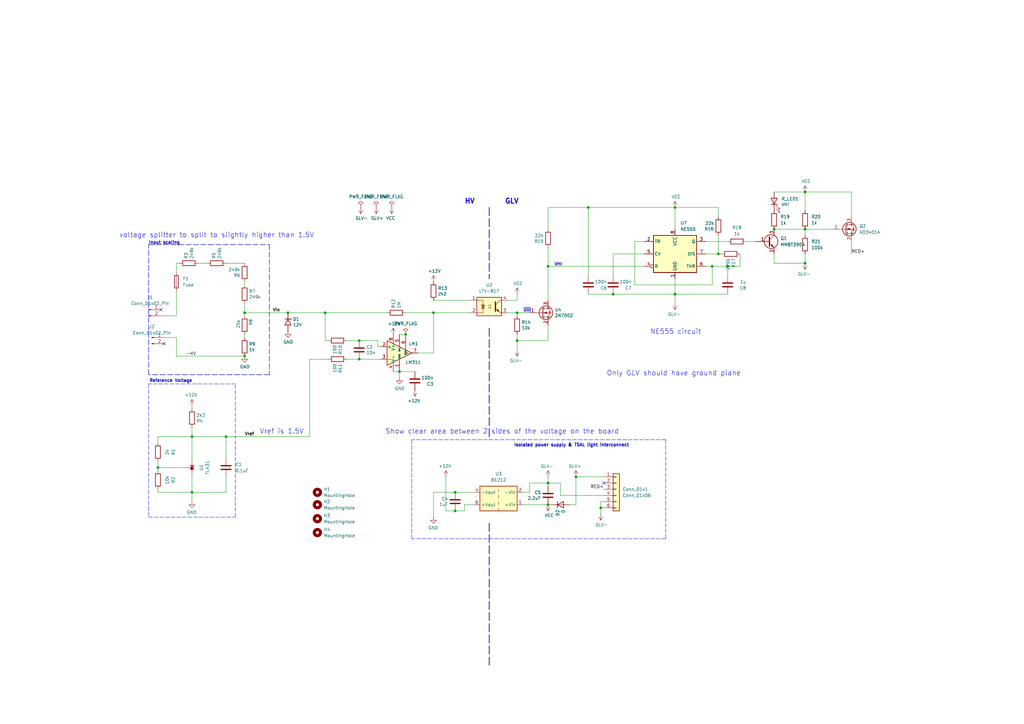
<source format=kicad_sch>
(kicad_sch (version 20231120) (generator "eeschema") (generator_version "8.0")
  (paper "A3")
  (title_block (title "TSAL") (date "2020-03-11") (rev "3.1") (company "NU Racing (UoN)") (comment 1 "Michael Ruppe") (comment 2 "github.com/michaelruppe/FSAE"))
  (lib_symbols
    (symbol "Comparator:LM311" (pin_names (offset 0.127))
      (property "Reference" "U" (at 3.81 6.35 0))
      (property "Value" "LM311" (at 3.81 3.81 0))
      (symbol "LM311_0_1"
        (polyline (pts (xy 5.08 0) (xy -5.08 5.08) (xy -5.08 -5.08) (xy 5.08 0)) (stroke (width 0.254)) (fill (type background)))
        (polyline (pts (xy 3.683 -0.381) (xy 3.302 -0.381) (xy 3.683 0) (xy 3.302 0.381) (xy 2.921 0) (xy 3.302 -0.381) (xy 2.921 -0.381)) (stroke (width 0.127)))
      )
      (symbol "LM311_1_1"
        (pin passive line (at 0 -7.62 90) (length 5.08) (name "GND") (number "1"))
        (pin input line (at -7.62 2.54 0) (length 2.54) (name "+") (number "2"))
        (pin input line (at -7.62 -2.54 0) (length 2.54) (name "-") (number "3"))
        (pin power_in line (at -2.54 -7.62 90) (length 3.81) (name "V-") (number "4"))
        (pin input line (at 0 7.62 270) (length 5.08) (name "BAL") (number "5"))
        (pin input line (at 2.54 7.62 270) (length 6.35) (name "STRB") (number "6"))
        (pin open_collector line (at 7.62 0 180) (length 2.54) (name "~") (number "7"))
        (pin power_in line (at -2.54 7.62 270) (length 3.81) (name "V+") (number "8"))
      )
    )
    (symbol "Connector:Conn_01x02_Pin" (pin_names (offset 1.016) hide)
      (property "Reference" "J" (at 0 2.54 0))
      (property "Value" "Conn_01x02_Pin" (at 0 -5.08 0))
      (symbol "Conn_01x02_Pin_1_1"
        (polyline (pts (xy 1.27 -2.54) (xy 0.8636 -2.54)) (stroke (width 0.1524)))
        (polyline (pts (xy 1.27 0) (xy 0.8636 0)) (stroke (width 0.1524)))
        (rectangle (start 0.8636 -2.413) (end 0 -2.667) (stroke (width 0.1524)) (fill (type outline)))
        (rectangle (start 0.8636 0.127) (end 0 -0.127) (stroke (width 0.1524)) (fill (type outline)))
        (pin passive line (at 5.08 0 180) (length 3.81) (name "Pin_1") (number "1"))
        (pin passive line (at 5.08 -2.54 180) (length 3.81) (name "Pin_2") (number "2"))
      )
    )
    (symbol "Connector_Generic:Conn_01x06" (pin_names (offset 1.016) hide)
      (property "Reference" "J" (at 0 7.62 0))
      (property "Value" "Conn_01x06" (at 0 -10.16 0))
      (symbol "Conn_01x06_1_1"
        (rectangle (start -1.27 -7.493) (end 0 -7.747) (stroke (width 0.1524)))
        (rectangle (start -1.27 -4.953) (end 0 -5.207) (stroke (width 0.1524)))
        (rectangle (start -1.27 -2.413) (end 0 -2.667) (stroke (width 0.1524)))
        (rectangle (start -1.27 0.127) (end 0 -0.127) (stroke (width 0.1524)))
        (rectangle (start -1.27 2.667) (end 0 2.413) (stroke (width 0.1524)))
        (rectangle (start -1.27 5.207) (end 0 4.953) (stroke (width 0.1524)))
        (rectangle (start -1.27 6.35) (end 1.27 -8.89) (stroke (width 0.254)) (fill (type background)))
        (pin passive line (at -5.08 5.08 0) (length 3.81) (name "Pin_1") (number "1"))
        (pin passive line (at -5.08 2.54 0) (length 3.81) (name "Pin_2") (number "2"))
        (pin passive line (at -5.08 0 0) (length 3.81) (name "Pin_3") (number "3"))
        (pin passive line (at -5.08 -2.54 0) (length 3.81) (name "Pin_4") (number "4"))
        (pin passive line (at -5.08 -5.08 0) (length 3.81) (name "Pin_5") (number "5"))
        (pin passive line (at -5.08 -7.62 0) (length 3.81) (name "Pin_6") (number "6"))
      )
    )
    (symbol "Converter_DCDC:TBA2-1212"
      (property "Reference" "U" (at -6.35 6.35 0))
      (property "Value" "TBA2-1212" (at 2.54 6.35 0))
      (symbol "TBA2-1212_0_1"
        (rectangle (start -7.62 5.08) (end 7.62 -5.08) (stroke (width 0.254)) (fill (type background)))
        (polyline (pts (xy 0 -2.54) (xy 0 -3.81)))
        (polyline (pts (xy 0 0) (xy 0 -1.27)))
        (polyline (pts (xy 0 2.54) (xy 0 1.27)))
        (polyline (pts (xy 0 5.08) (xy 0 3.81)))
      )
      (symbol "TBA2-1212_1_1"
        (pin power_in line (at -10.16 2.54 0) (length 2.54) (name "+Vin") (number "1"))
        (pin power_in line (at -10.16 -2.54 0) (length 2.54) (name "-Vin") (number "2"))
        (pin power_out line (at 10.16 -2.54 180) (length 2.54) (name "-Vout") (number "4"))
        (pin power_out line (at 10.16 2.54 180) (length 2.54) (name "+Vout") (number "6"))
      )
    )
    (symbol "Device:C" (pin_numbers hide) (pin_names (offset 0.254))
      (property "Reference" "C" (at 0.635 2.54 0))
      (property "Value" "C" (at 0.635 -2.54 0))
      (symbol "C_0_1"
        (polyline (pts (xy -2.032 -0.762) (xy 2.032 -0.762)) (stroke (width 0.508)))
        (polyline (pts (xy -2.032 0.762) (xy 2.032 0.762)) (stroke (width 0.508)))
      )
      (symbol "C_1_1"
        (pin passive line (at 0 3.81 270) (length 2.794) (name "~") (number "1"))
        (pin passive line (at 0 -3.81 90) (length 2.794) (name "~") (number "2"))
      )
    )
    (symbol "Device:D" (pin_numbers hide) (pin_names (offset 1.016) hide)
      (property "Reference" "D" (at 0 2.54 0))
      (property "Value" "D" (at 0 -2.54 0))
      (symbol "D_0_1"
        (polyline (pts (xy -1.27 1.27) (xy -1.27 -1.27)) (stroke (width 0.254)))
        (polyline (pts (xy 1.27 0) (xy -1.27 0)))
        (polyline (pts (xy 1.27 1.27) (xy 1.27 -1.27) (xy -1.27 0) (xy 1.27 1.27)) (stroke (width 0.254)))
      )
      (symbol "D_1_1"
        (pin passive line (at -3.81 0 0) (length 2.54) (name "K") (number "1"))
        (pin passive line (at 3.81 0 180) (length 2.54) (name "A") (number "2"))
      )
    )
    (symbol "Device:D_Zener" (pin_numbers hide) (pin_names (offset 1.016) hide)
      (property "Reference" "D" (at 0 2.54 0))
      (property "Value" "D_Zener" (at 0 -2.54 0))
      (symbol "D_Zener_0_1"
        (polyline (pts (xy 1.27 0) (xy -1.27 0)))
        (polyline (pts (xy -1.27 -1.27) (xy -1.27 1.27) (xy -0.762 1.27)) (stroke (width 0.254)))
        (polyline (pts (xy 1.27 -1.27) (xy 1.27 1.27) (xy -1.27 0) (xy 1.27 -1.27)) (stroke (width 0.254)))
      )
      (symbol "D_Zener_1_1"
        (pin passive line (at -3.81 0 0) (length 2.54) (name "K") (number "1"))
        (pin passive line (at 3.81 0 180) (length 2.54) (name "A") (number "2"))
      )
    )
    (symbol "Device:Fuse" (pin_numbers hide) (pin_names (offset 0))
      (property "Reference" "F" (at 2.032 0 90))
      (property "Value" "Fuse" (at -1.905 0 90))
      (symbol "Fuse_0_1"
        (rectangle (start -0.762 -2.54) (end 0.762 2.54) (stroke (width 0.254)))
        (polyline (pts (xy 0 2.54) (xy 0 -2.54)))
      )
      (symbol "Fuse_1_1"
        (pin passive line (at 0 3.81 270) (length 1.27) (name "~") (number "1"))
        (pin passive line (at 0 -3.81 90) (length 1.27) (name "~") (number "2"))
      )
    )
    (symbol "Device:LED" (pin_numbers hide) (pin_names (offset 1.016) hide)
      (property "Reference" "D" (at 0 2.54 0))
      (property "Value" "LED" (at 0 -2.54 0))
      (symbol "LED_0_1"
        (polyline (pts (xy -1.27 -1.27) (xy -1.27 1.27)) (stroke (width 0.254)))
        (polyline (pts (xy -1.27 0) (xy 1.27 0)))
        (polyline (pts (xy 1.27 -1.27) (xy 1.27 1.27) (xy -1.27 0) (xy 1.27 -1.27)) (stroke (width 0.254)))
        (polyline (pts (xy -3.048 -0.762) (xy -4.572 -2.286) (xy -3.81 -2.286) (xy -4.572 -2.286) (xy -4.572 -1.524)))
        (polyline (pts (xy -1.778 -0.762) (xy -3.302 -2.286) (xy -2.54 -2.286) (xy -3.302 -2.286) (xy -3.302 -1.524)))
      )
      (symbol "LED_1_1"
        (pin passive line (at -3.81 0 0) (length 2.54) (name "K") (number "1"))
        (pin passive line (at 3.81 0 180) (length 2.54) (name "A") (number "2"))
      )
    )
    (symbol "Device:R" (pin_numbers hide) (pin_names (offset 0))
      (property "Reference" "R" (at 2.032 0 90))
      (property "Value" "R" (at 0 0 90))
      (symbol "R_0_1"
        (rectangle (start -1.016 -2.54) (end 1.016 2.54) (stroke (width 0.254)))
      )
      (symbol "R_1_1"
        (pin passive line (at 0 3.81 270) (length 1.27) (name "~") (number "1"))
        (pin passive line (at 0 -3.81 90) (length 1.27) (name "~") (number "2"))
      )
    )
    (symbol "GLV-_1" (power) (pin_names (offset 0))
      (property "Value" "GLV-" (at 0.381 4.3942 0))
      (symbol "GLV-_1_0_1"
        (polyline (pts (xy -0.762 1.27) (xy 0 2.54)))
        (polyline (pts (xy 0 0) (xy 0 2.54)))
        (polyline (pts (xy 0 2.54) (xy 0.762 1.27)))
      )
      (symbol "GLV-_1_1_1"
        (pin power_in line (at 0 0 90) (length 0) hide (name "GLV-") (number "1"))
      )
    )
    (symbol "Isolator:LTV-817" (pin_names (offset 1.016))
      (property "Reference" "U" (at -5.08 5.08 0))
      (property "Value" "LTV-817" (at 0 5.08 0))
      (symbol "LTV-817_0_1"
        (rectangle (start -5.08 3.81) (end 5.08 -3.81) (stroke (width 0.254)) (fill (type background)))
        (polyline (pts (xy -3.175 -0.635) (xy -1.905 -0.635)) (stroke (width 0.254)))
        (polyline (pts (xy 2.54 0.635) (xy 4.445 2.54)))
        (polyline (pts (xy 4.445 -2.54) (xy 2.54 -0.635)) (fill (type outline)))
        (polyline (pts (xy 4.445 -2.54) (xy 5.08 -2.54)))
        (polyline (pts (xy 4.445 2.54) (xy 5.08 2.54)))
        (polyline (pts (xy -5.08 2.54) (xy -2.54 2.54) (xy -2.54 -0.762)))
        (polyline (pts (xy -2.54 -0.635) (xy -2.54 -2.54) (xy -5.08 -2.54)))
        (polyline (pts (xy 2.54 1.905) (xy 2.54 -1.905) (xy 2.54 -1.905)) (stroke (width 0.508)))
        (polyline (pts (xy -2.54 -0.635) (xy -3.175 0.635) (xy -1.905 0.635) (xy -2.54 -0.635)) (stroke (width 0.254)))
        (polyline (pts (xy -0.508 -0.508) (xy 0.762 -0.508) (xy 0.381 -0.635) (xy 0.381 -0.381) (xy 0.762 -0.508)))
        (polyline (pts (xy -0.508 0.508) (xy 0.762 0.508) (xy 0.381 0.381) (xy 0.381 0.635) (xy 0.762 0.508)))
        (polyline (pts (xy 3.048 -1.651) (xy 3.556 -1.143) (xy 4.064 -2.159) (xy 3.048 -1.651) (xy 3.048 -1.651)) (fill (type outline)))
      )
      (symbol "LTV-817_1_1"
        (pin passive line (at -7.62 2.54 0) (length 2.54) (name "~") (number "1"))
        (pin passive line (at -7.62 -2.54 0) (length 2.54) (name "~") (number "2"))
        (pin passive line (at 7.62 -2.54 180) (length 2.54) (name "~") (number "3"))
        (pin passive line (at 7.62 2.54 180) (length 2.54) (name "~") (number "4"))
      )
    )
    (symbol "Mechanical:MountingHole" (pin_names (offset 1.016)) (exclude_from_sim yes) (in_bom no)
      (property "Reference" "H" (at 0 5.08 0))
      (property "Value" "MountingHole" (at 0 3.175 0))
      (symbol "MountingHole_0_1"
        (circle (center 0 0) (radius 1.27) (stroke (width 1.27)))
      )
    )
    (symbol "Reference_Voltage:TL431LP" (pin_numbers hide) (pin_names hide)
      (property "Reference" "U" (at -2.54 2.54 0))
      (property "Value" "TL431LP" (at 0 -2.54 0))
      (symbol "TL431LP_0_1"
        (polyline (pts (xy -1.27 0) (xy 0 0) (xy 1.27 0)))
        (polyline (pts (xy -0.762 -0.762) (xy -0.762 0.762) (xy 0.762 0) (xy -0.762 -0.762)) (fill (type outline)))
        (polyline (pts (xy 0.254 -0.762) (xy 0.762 -0.762) (xy 0.762 0.762) (xy 0.762 0.762)) (stroke (width 0.254)))
      )
      (symbol "TL431LP_1_1"
        (pin passive line (at 0 2.54 270) (length 2.54) (name "REF") (number "1"))
        (pin passive line (at -2.54 0 0) (length 2.54) (name "A") (number "2"))
        (pin passive line (at 2.54 0 180) (length 2.54) (name "K") (number "3"))
      )
    )
    (symbol "Timer:NE555D"
      (property "Reference" "U" (at -10.16 8.89 0))
      (property "Value" "NE555D" (at 2.54 8.89 0))
      (symbol "NE555D_0_0"
        (pin power_in line (at 0 -10.16 90) (length 2.54) (name "GND") (number "1"))
        (pin power_in line (at 0 10.16 270) (length 2.54) (name "VCC") (number "8"))
      )
      (symbol "NE555D_0_1"
        (rectangle (start -8.89 -7.62) (end 8.89 7.62) (stroke (width 0.254)) (fill (type background)))
        (rectangle (start -8.89 -7.62) (end 8.89 7.62) (stroke (width 0.254)) (fill (type background)))
      )
      (symbol "NE555D_1_1"
        (pin input line (at -12.7 5.08 0) (length 3.81) (name "TR") (number "2"))
        (pin output line (at 12.7 5.08 180) (length 3.81) (name "Q") (number "3"))
        (pin input inverted (at -12.7 -5.08 0) (length 3.81) (name "R") (number "4"))
        (pin input line (at -12.7 0 0) (length 3.81) (name "CV") (number "5"))
        (pin input line (at 12.7 -5.08 180) (length 3.81) (name "THR") (number "6"))
        (pin input line (at 12.7 0 180) (length 3.81) (name "DIS") (number "7"))
      )
    )
    (symbol "Transistor_BJT:MMBT3904" (pin_names (offset 0) hide)
      (property "Reference" "Q" (at 5.08 1.905 0))
      (property "Value" "MMBT3904" (at 5.08 0 0))
      (symbol "MMBT3904_0_1"
        (polyline (pts (xy 0.635 0.635) (xy 2.54 2.54)))
        (polyline (pts (xy 0.635 -0.635) (xy 2.54 -2.54) (xy 2.54 -2.54)))
        (polyline (pts (xy 0.635 1.905) (xy 0.635 -1.905) (xy 0.635 -1.905)) (stroke (width 0.508)))
        (polyline (pts (xy 1.27 -1.778) (xy 1.778 -1.27) (xy 2.286 -2.286) (xy 1.27 -1.778) (xy 1.27 -1.778)) (fill (type outline)))
        (circle (center 1.27 0) (radius 2.8194) (stroke (width 0.254)))
      )
      (symbol "MMBT3904_1_1"
        (pin input line (at -5.08 0 0) (length 5.715) (name "B") (number "1"))
        (pin passive line (at 2.54 -5.08 90) (length 2.54) (name "E") (number "2"))
        (pin passive line (at 2.54 5.08 270) (length 2.54) (name "C") (number "3"))
      )
    )
    (symbol "Transistor_FET:2N7002" (pin_names hide)
      (property "Reference" "Q" (at 5.08 1.905 0))
      (property "Value" "2N7002" (at 5.08 0 0))
      (symbol "2N7002_0_1"
        (polyline (pts (xy 0.254 0) (xy -2.54 0)))
        (polyline (pts (xy 0.254 1.905) (xy 0.254 -1.905)) (stroke (width 0.254)))
        (polyline (pts (xy 0.762 -1.27) (xy 0.762 -2.286)) (stroke (width 0.254)))
        (polyline (pts (xy 0.762 0.508) (xy 0.762 -0.508)) (stroke (width 0.254)))
        (polyline (pts (xy 0.762 2.286) (xy 0.762 1.27)) (stroke (width 0.254)))
        (polyline (pts (xy 2.54 2.54) (xy 2.54 1.778)))
        (polyline (pts (xy 2.54 -2.54) (xy 2.54 0) (xy 0.762 0)))
        (polyline (pts (xy 0.762 -1.778) (xy 3.302 -1.778) (xy 3.302 1.778) (xy 0.762 1.778)))
        (polyline (pts (xy 1.016 0) (xy 2.032 0.381) (xy 2.032 -0.381) (xy 1.016 0)) (fill (type outline)))
        (polyline (pts (xy 2.794 0.508) (xy 2.921 0.381) (xy 3.683 0.381) (xy 3.81 0.254)))
        (polyline (pts (xy 3.302 0.381) (xy 2.921 -0.254) (xy 3.683 -0.254) (xy 3.302 0.381)))
        (circle (center 1.651 0) (radius 2.794) (stroke (width 0.254)))
        (circle (center 2.54 -1.778) (radius 0.254) (fill (type outline)))
        (circle (center 2.54 1.778) (radius 0.254) (fill (type outline)))
      )
      (symbol "2N7002_1_1"
        (pin input line (at -5.08 0 0) (length 2.54) (name "G") (number "1"))
        (pin passive line (at 2.54 -5.08 90) (length 2.54) (name "S") (number "2"))
        (pin passive line (at 2.54 5.08 270) (length 2.54) (name "D") (number "3"))
      )
    )
    (symbol "Transistor_FET:AO3401A" (pin_names hide)
      (property "Reference" "Q" (at 5.08 1.905 0))
      (property "Value" "AO3401A" (at 5.08 0 0))
      (symbol "AO3401A_0_1"
        (polyline (pts (xy 0.254 0) (xy -2.54 0)))
        (polyline (pts (xy 0.254 1.905) (xy 0.254 -1.905)) (stroke (width 0.254)))
        (polyline (pts (xy 0.762 -1.27) (xy 0.762 -2.286)) (stroke (width 0.254)))
        (polyline (pts (xy 0.762 0.508) (xy 0.762 -0.508)) (stroke (width 0.254)))
        (polyline (pts (xy 0.762 2.286) (xy 0.762 1.27)) (stroke (width 0.254)))
        (polyline (pts (xy 2.54 2.54) (xy 2.54 1.778)))
        (polyline (pts (xy 2.54 -2.54) (xy 2.54 0) (xy 0.762 0)))
        (polyline (pts (xy 0.762 1.778) (xy 3.302 1.778) (xy 3.302 -1.778) (xy 0.762 -1.778)))
        (polyline (pts (xy 2.286 0) (xy 1.27 0.381) (xy 1.27 -0.381) (xy 2.286 0)) (fill (type outline)))
        (polyline (pts (xy 2.794 -0.508) (xy 2.921 -0.381) (xy 3.683 -0.381) (xy 3.81 -0.254)))
        (polyline (pts (xy 3.302 -0.381) (xy 2.921 0.254) (xy 3.683 0.254) (xy 3.302 -0.381)))
        (circle (center 1.651 0) (radius 2.794) (stroke (width 0.254)))
        (circle (center 2.54 -1.778) (radius 0.254) (fill (type outline)))
        (circle (center 2.54 1.778) (radius 0.254) (fill (type outline)))
      )
      (symbol "AO3401A_1_1"
        (pin input line (at -5.08 0 0) (length 2.54) (name "G") (number "1"))
        (pin passive line (at 2.54 -5.08 90) (length 2.54) (name "S") (number "2"))
        (pin passive line (at 2.54 5.08 270) (length 2.54) (name "D") (number "3"))
      )
    )
    (symbol "power-symbol-library:GLV+" (power) (pin_names (offset 0))
      (property "Value" "GLV+" (at 0 3.81 0))
      (symbol "GLV+_0_1"
        (polyline (pts (xy -0.762 1.27) (xy 0 2.54)))
        (polyline (pts (xy 0 0) (xy 0 2.54)))
        (polyline (pts (xy 0 2.54) (xy 0.762 1.27)))
      )
      (symbol "GLV+_1_1"
        (pin power_in line (at 0 0 90) (length 0) hide (name "GLV+") (number "1"))
      )
    )
    (symbol "power-symbol-library:GLV-" (power) (pin_names (offset 0))
      (property "Value" "GLV-" (at 0 3.81 0))
      (symbol "GLV-_0_1"
        (polyline (pts (xy -0.762 1.27) (xy 0 2.54)))
        (polyline (pts (xy 0 0) (xy 0 2.54)))
        (polyline (pts (xy 0 2.54) (xy 0.762 1.27)))
      )
      (symbol "GLV-_1_1"
        (pin power_in line (at 0 0 90) (length 0) hide (name "GLV-") (number "1"))
      )
    )
    (symbol "power:+12V" (power) (pin_numbers hide) (pin_names (offset 0) hide)
      (property "Value" "+12V" (at 0 3.556 0))
      (symbol "+12V_0_1"
        (polyline (pts (xy -0.762 1.27) (xy 0 2.54)))
        (polyline (pts (xy 0 0) (xy 0 2.54)))
        (polyline (pts (xy 0 2.54) (xy 0.762 1.27)))
      )
      (symbol "+12V_1_1"
        (pin power_in line (at 0 0 90) (length 0) (name "~") (number "1"))
      )
    )
    (symbol "power:GND" (power) (pin_numbers hide) (pin_names (offset 0) hide)
      (property "Value" "GND" (at 0 -3.81 0))
      (symbol "GND_0_1"
        (polyline (pts (xy 0 0) (xy 0 -1.27) (xy 1.27 -1.27) (xy 0 -2.54) (xy -1.27 -1.27) (xy 0 -1.27)))
      )
      (symbol "GND_1_1"
        (pin power_in line (at 0 0 270) (length 0) (name "~") (number "1"))
      )
    )
    (symbol "power:PWR_FLAG" (power) (pin_numbers hide) (pin_names (offset 0) hide)
      (property "Value" "PWR_FLAG" (at 0 3.81 0))
      (symbol "PWR_FLAG_0_0"
        (pin power_out line (at 0 0 90) (length 0) (name "~") (number "1"))
      )
      (symbol "PWR_FLAG_0_1"
        (polyline (pts (xy 0 0) (xy 0 1.27) (xy -1.016 1.905) (xy 0 2.54) (xy 1.016 1.905) (xy 0 1.27)))
      )
    )
    (symbol "power:VCC" (power) (pin_numbers hide) (pin_names (offset 0) hide)
      (property "Value" "VCC" (at 0 3.556 0))
      (symbol "VCC_0_1"
        (polyline (pts (xy -0.762 1.27) (xy 0 2.54)))
        (polyline (pts (xy 0 0) (xy 0 2.54)))
        (polyline (pts (xy 0 2.54) (xy 0.762 1.27)))
      )
      (symbol "VCC_1_1"
        (pin power_in line (at 0 0 90) (length 0) (name "~") (number "1"))
      )
    )
  )
  (junction (at 163.83 152.4))
  (junction (at 92.71 179.07))
  (junction (at 224.79 207.01))
  (junction (at 241.3 85.09))
  (junction (at 317.5 93.98))
  (junction (at 147.32 147.32))
  (junction (at 100.33 128.27))
  (junction (at 212.09 128.27))
  (junction (at 186.69 201.93))
  (junction (at 177.8 128.27))
  (junction (at 78.74 179.07))
  (junction (at 212.09 139.7))
  (junction (at 133.35 128.27))
  (junction (at 330.2 78.74))
  (junction (at 100.33 146.05))
  (junction (at 64.77 191.77))
  (junction (at 186.69 209.55))
  (junction (at 118.11 128.27))
  (junction (at 276.86 120.65))
  (junction (at 294.64 104.14))
  (junction (at 166.37 137.16))
  (junction (at 330.2 107.95))
  (junction (at 224.79 198.12))
  (junction (at 330.2 93.98))
  (junction (at 147.32 139.7))
  (junction (at 236.22 195.58))
  (junction (at 224.79 109.22))
  (junction (at 276.86 85.09))
  (junction (at 298.45 109.22))
  (junction (at 292.1 109.22))
  (junction (at 246.38 208.28))
  (junction (at 78.74 201.93))
  (junction (at 251.46 120.65))
  (no_connect (at 247.65 198.12))
  (no_connect (at 66.04 127))
  (no_connect (at 67.31 140.97))
  (wire (pts (xy 92.71 201.93) (xy 78.74 201.93)))
  (polyline (pts (xy 110.49 153.67) (xy 60.96 153.67)) (stroke (width 0.2032) (type dash)))
  (polyline (pts (xy 273.05 220.98) (xy 168.91 220.98)) (stroke (width 0) (type dash)))
  (wire (pts (xy 212.09 139.7) (xy 212.09 137.16)))
  (wire (pts (xy 260.35 116.84) (xy 292.1 116.84)))
  (wire (pts (xy 294.64 104.14) (xy 295.91 104.14)))
  (wire (pts (xy 190.5 207.01) (xy 194.31 207.01)))
  (wire (pts (xy 156.21 142.24) (xy 154.94 142.24)))
  (wire (pts (xy 134.62 147.32) (xy 127 147.32)))
  (polyline (pts (xy 96.52 157.48) (xy 60.96 157.48)) (stroke (width 0) (type dash)))
  (wire (pts (xy 224.79 109.22) (xy 264.16 109.22)))
  (wire (pts (xy 100.33 129.54) (xy 100.33 128.27)))
  (wire (pts (xy 317.5 104.14) (xy 317.5 107.95)))
  (wire (pts (xy 276.86 85.09) (xy 276.86 93.98)))
  (wire (pts (xy 64.77 191.77) (xy 64.77 193.04)))
  (wire (pts (xy 72.39 111.76) (xy 72.39 107.95)))
  (wire (pts (xy 177.8 212.09) (xy 177.8 201.93)))
  (wire (pts (xy 92.71 107.95) (xy 100.33 107.95)))
  (wire (pts (xy 349.25 78.74) (xy 349.25 88.9)))
  (polyline (pts (xy 200.66 85.09) (xy 200.66 114.3)) (stroke (width 0.3048) (type dash)))
  (wire (pts (xy 341.63 93.98) (xy 330.2 93.98)))
  (polyline (pts (xy 110.49 100.33) (xy 110.49 153.67)) (stroke (width 0.2032) (type dash)))
  (wire (pts (xy 212.09 123.19) (xy 212.09 120.65)))
  (wire (pts (xy 224.79 85.09) (xy 241.3 85.09)))
  (polyline (pts (xy 60.96 100.33) (xy 110.49 100.33)) (stroke (width 0.2032) (type dash)))
  (wire (pts (xy 64.77 201.93) (xy 64.77 200.66)))
  (wire (pts (xy 100.33 137.16) (xy 100.33 138.43)))
  (wire (pts (xy 78.74 201.93) (xy 78.74 205.74)))
  (wire (pts (xy 64.77 189.23) (xy 64.77 191.77)))
  (polyline (pts (xy 60.96 153.67) (xy 60.96 100.33)) (stroke (width 0.2032) (type dash)))
  (wire (pts (xy 177.8 144.78) (xy 177.8 128.27)))
  (wire (pts (xy 349.25 104.14) (xy 349.25 99.06)))
  (wire (pts (xy 212.09 128.27) (xy 212.09 129.54)))
  (wire (pts (xy 241.3 85.09) (xy 276.86 85.09)))
  (wire (pts (xy 72.39 107.95) (xy 73.66 107.95)))
  (wire (pts (xy 224.79 109.22) (xy 224.79 101.6)))
  (wire (pts (xy 236.22 195.58) (xy 247.65 195.58)))
  (wire (pts (xy 92.71 179.07) (xy 127 179.07)))
  (polyline (pts (xy 200.66 134.62) (xy 200.66 180.34)) (stroke (width 0.3048) (type dash)))
  (wire (pts (xy 264.16 99.06) (xy 260.35 99.06)))
  (wire (pts (xy 247.65 203.2) (xy 229.87 203.2)))
  (polyline (pts (xy 168.91 220.98) (xy 168.91 180.34)) (stroke (width 0) (type dash)))
  (polyline (pts (xy 273.05 180.34) (xy 168.91 180.34)) (stroke (width 0) (type dash)))
  (wire (pts (xy 289.56 104.14) (xy 294.64 104.14)))
  (wire (pts (xy 100.33 124.46) (xy 100.33 128.27)))
  (wire (pts (xy 78.74 167.64) (xy 78.74 166.37)))
  (polyline (pts (xy 60.96 212.09) (xy 96.52 212.09)) (stroke (width 0) (type dash)))
  (wire (pts (xy 224.79 93.98) (xy 224.79 85.09)))
  (wire (pts (xy 306.07 99.06) (xy 309.88 99.06)))
  (wire (pts (xy 177.8 144.78) (xy 171.45 144.78)))
  (wire (pts (xy 317.5 78.74) (xy 330.2 78.74)))
  (wire (pts (xy 81.28 107.95) (xy 85.09 107.95)))
  (wire (pts (xy 241.3 113.03) (xy 241.3 85.09)))
  (wire (pts (xy 330.2 104.14) (xy 330.2 107.95)))
  (wire (pts (xy 78.74 194.31) (xy 78.74 201.93)))
  (wire (pts (xy 212.09 143.51) (xy 212.09 139.7)))
  (wire (pts (xy 147.32 139.7) (xy 142.24 139.7)))
  (wire (pts (xy 177.8 201.93) (xy 186.69 201.93)))
  (wire (pts (xy 224.79 195.58) (xy 224.79 198.12)))
  (wire (pts (xy 251.46 104.14) (xy 251.46 113.03)))
  (wire (pts (xy 190.5 209.55) (xy 186.69 209.55)))
  (wire (pts (xy 214.63 207.01) (xy 224.79 207.01)))
  (polyline (pts (xy 200.66 214.63) (xy 200.66 273.05)) (stroke (width 0.3048) (type dash)))
  (wire (pts (xy 133.35 128.27) (xy 158.75 128.27)))
  (wire (pts (xy 236.22 195.58) (xy 236.22 207.01)))
  (wire (pts (xy 303.53 104.14) (xy 303.53 109.22)))
  (wire (pts (xy 78.74 175.26) (xy 78.74 179.07)))
  (wire (pts (xy 133.35 128.27) (xy 133.35 139.7)))
  (wire (pts (xy 276.86 85.09) (xy 294.64 85.09)))
  (wire (pts (xy 208.28 123.19) (xy 212.09 123.19)))
  (wire (pts (xy 224.79 198.12) (xy 217.17 198.12)))
  (wire (pts (xy 186.69 209.55) (xy 182.88 209.55)))
  (wire (pts (xy 264.16 104.14) (xy 251.46 104.14)))
  (wire (pts (xy 298.45 109.22) (xy 292.1 109.22)))
  (wire (pts (xy 224.79 198.12) (xy 224.79 199.39)))
  (wire (pts (xy 127 147.32) (xy 127 179.07)))
  (wire (pts (xy 251.46 120.65) (xy 276.86 120.65)))
  (wire (pts (xy 154.94 139.7) (xy 147.32 139.7)))
  (wire (pts (xy 92.71 195.58) (xy 92.71 201.93)))
  (wire (pts (xy 142.24 147.32) (xy 147.32 147.32)))
  (wire (pts (xy 163.83 137.16) (xy 166.37 137.16)))
  (wire (pts (xy 177.8 123.19) (xy 193.04 123.19)))
  (wire (pts (xy 292.1 116.84) (xy 292.1 109.22)))
  (wire (pts (xy 72.39 138.43) (xy 72.39 146.05)))
  (wire (pts (xy 64.77 191.77) (xy 76.2 191.77)))
  (wire (pts (xy 100.33 128.27) (xy 118.11 128.27)))
  (wire (pts (xy 229.87 203.2) (xy 229.87 198.12)))
  (wire (pts (xy 163.83 152.4) (xy 163.83 154.94)))
  (wire (pts (xy 241.3 120.65) (xy 251.46 120.65)))
  (wire (pts (xy 133.35 139.7) (xy 134.62 139.7)))
  (wire (pts (xy 67.31 138.43) (xy 72.39 138.43)))
  (wire (pts (xy 330.2 78.74) (xy 349.25 78.74)))
  (wire (pts (xy 78.74 179.07) (xy 92.71 179.07)))
  (wire (pts (xy 163.83 152.4) (xy 170.18 152.4)))
  (polyline (pts (xy 273.05 180.34) (xy 273.05 220.98)) (stroke (width 0) (type dash)))
  (wire (pts (xy 161.29 152.4) (xy 163.83 152.4)))
  (wire (pts (xy 72.39 146.05) (xy 100.33 146.05)))
  (wire (pts (xy 298.45 120.65) (xy 276.86 120.65)))
  (wire (pts (xy 212.09 128.27) (xy 217.17 128.27)))
  (wire (pts (xy 64.77 201.93) (xy 78.74 201.93)))
  (wire (pts (xy 236.22 207.01) (xy 233.68 207.01)))
  (wire (pts (xy 78.74 179.07) (xy 78.74 189.23)))
  (wire (pts (xy 64.77 179.07) (xy 64.77 181.61)))
  (wire (pts (xy 276.86 120.65) (xy 276.86 124.46)))
  (wire (pts (xy 100.33 115.57) (xy 100.33 116.84)))
  (wire (pts (xy 247.65 208.28) (xy 246.38 208.28)))
  (wire (pts (xy 226.06 207.01) (xy 224.79 207.01)))
  (wire (pts (xy 229.87 198.12) (xy 224.79 198.12)))
  (wire (pts (xy 64.77 179.07) (xy 78.74 179.07)))
  (wire (pts (xy 224.79 139.7) (xy 212.09 139.7)))
  (wire (pts (xy 182.88 195.58) (xy 182.88 209.55)))
  (wire (pts (xy 247.65 205.74) (xy 246.38 205.74)))
  (wire (pts (xy 330.2 78.74) (xy 330.2 86.36)))
  (wire (pts (xy 317.5 107.95) (xy 330.2 107.95)))
  (wire (pts (xy 217.17 201.93) (xy 214.63 201.93)))
  (wire (pts (xy 154.94 142.24) (xy 154.94 139.7)))
  (wire (pts (xy 186.69 201.93) (xy 194.31 201.93)))
  (polyline (pts (xy 60.96 157.48) (xy 60.96 212.09)) (stroke (width 0) (type dash)))
  (wire (pts (xy 303.53 109.22) (xy 298.45 109.22)))
  (wire (pts (xy 224.79 133.35) (xy 224.79 139.7)))
  (polyline (pts (xy 96.52 212.09) (xy 96.52 157.48)) (stroke (width 0) (type dash)))
  (wire (pts (xy 294.64 85.09) (xy 294.64 88.9)))
  (wire (pts (xy 190.5 209.55) (xy 190.5 207.01)))
  (wire (pts (xy 72.39 119.38) (xy 72.39 129.54)))
  (wire (pts (xy 260.35 99.06) (xy 260.35 116.84)))
  (wire (pts (xy 92.71 179.07) (xy 92.71 187.96)))
  (wire (pts (xy 317.5 93.98) (xy 330.2 93.98)))
  (wire (pts (xy 298.45 113.03) (xy 298.45 109.22)))
  (wire (pts (xy 289.56 99.06) (xy 298.45 99.06)))
  (wire (pts (xy 118.11 128.27) (xy 133.35 128.27)))
  (wire (pts (xy 292.1 109.22) (xy 289.56 109.22)))
  (wire (pts (xy 66.04 129.54) (xy 72.39 129.54)))
  (wire (pts (xy 246.38 205.74) (xy 246.38 208.28)))
  (wire (pts (xy 276.86 120.65) (xy 276.86 114.3)))
  (wire (pts (xy 166.37 128.27) (xy 177.8 128.27)))
  (wire (pts (xy 224.79 109.22) (xy 224.79 123.19)))
  (wire (pts (xy 330.2 93.98) (xy 330.2 96.52)))
  (wire (pts (xy 147.32 147.32) (xy 156.21 147.32)))
  (wire (pts (xy 246.38 208.28) (xy 246.38 210.82)))
  (wire (pts (xy 294.64 96.52) (xy 294.64 104.14)))
  (wire (pts (xy 212.09 128.27) (xy 208.28 128.27)))
  (wire (pts (xy 177.8 128.27) (xy 193.04 128.27)))
  (wire (pts (xy 217.17 198.12) (xy 217.17 201.93)))
  (text "voltage splitter to split to slightly higher than 1.5V" (at 88.9 96.52 0) (effects (font (size 2.0066 2.0066))))
  (text "Show clear area between 2 sides of the voltage on the board" (at 205.994 177.038 0) (effects (font (size 2.0066 2.0066))))
  (text "Isolated power supply & TSAL light interconnect" (at 258.064 183.388 0) (effects (font (size 1.27 1.27) (thickness 0.254) (bold yes)) (justify right bottom)))
  (text "Reference Voltage" (at 61.214 156.972 0) (effects (font (size 1.27 1.27) (thickness 0.254) (bold yes)) (justify left bottom)))
  (text "~{VHI}" (at 214.63 128.27 0) (effects (font (size 1.27 1.27) (thickness 0.254) (bold yes)) (justify left bottom)))
  (text "Input scaling" (at 60.96 100.33 0) (effects (font (size 1.27 1.27) (thickness 0.254) (bold yes)) (justify left bottom)))
  (text "Only GLV should have ground plane" (at 276.352 153.162 0) (effects (font (size 2.0066 2.0066))))
  (text "GLV" (at 207.01 83.82 0) (effects (font (size 2.0066 2.0066) (thickness 0.4013) (bold yes)) (justify left bottom)))
  (text "VHI" (at 227.33 109.22 0) (effects (font (size 1.27 1.27) (thickness 0.254) (bold yes)) (justify left bottom)))
  (text "Vref is 1.5V\n" (at 115.57 177.038 0) (effects (font (size 2.0066 2.0066))))
  (text "NE555 circuit" (at 277.114 136.144 0) (effects (font (size 2.0066 2.0066))))
  (text "HV" (at 190.5 83.82 0) (effects (font (size 2.0066 2.0066) (thickness 0.4013) (bold yes)) (justify left bottom)))
  (label "-HV" (at 76.2 146.05 0))
  (label "RED+" (at 247.65 200.66 180))
  (label "RED+" (at 349.25 104.14 0))
  (label "Vin" (at 111.76 128.27 0) (effects (font (thickness 0.254) (bold yes))))
  (label "Vref" (at 100.33 179.07 0) (effects (font (thickness 0.254) (bold yes))))
  (symbol (lib_id "Device:R") (at 100.33 120.65 0) (unit 1)
    (property "Reference" "R7" (at 102.108 119.4816 0) (effects (justify left)))
    (property "Value" "249k" (at 102.108 121.793 0) (effects (justify left)))
    (property "Footprint" "Resistor_SMD:R_0805_2012Metric" (effects (hide yes)))
  )
  (symbol (lib_id "Device:R") (at 100.33 133.35 180) (unit 1)
    (property "Reference" "R8" (at 102.87 130.81 90) (effects (justify left)))
    (property "Value" "25k" (at 97.79 131.0386 90) (effects (justify left)))
    (property "Footprint" "Resistor_SMD:R_0805_2012Metric" (effects (hide yes)))
  )
  (symbol (lib_id "Device:C") (at 224.79 203.2 0) (mirror y) (unit 1)
    (property "Reference" "C5" (at 221.869 202.0316 0) (effects (justify left)))
    (property "Value" "2.2uF" (at 221.869 204.343 0) (effects (justify left)))
    (property "Footprint" "Capacitor_SMD:C_0805_2012Metric" (effects (hide yes)))
  )
  (symbol (lib_id "power:+12V") (at 182.88 195.58 0) (mirror y) (unit 1)
    (property "Reference" "#PWR010" (effects (hide yes)))
    (property "Value" "+12V" (at 182.499 191.1858 0))
  )
  (symbol (lib_id "power:GND") (at 177.8 212.09 0) (mirror y) (unit 1)
    (property "Reference" "#PWR09" (effects (hide yes)))
    (property "Value" "GND" (at 177.673 216.4842 0))
  )
  (symbol (lib_id "Device:R") (at 138.43 147.32 270) (unit 1)
    (property "Reference" "R11" (at 139.5984 149.098 0) (effects (justify left)))
    (property "Value" "100" (at 137.287 149.098 0) (effects (justify left)))
    (property "Footprint" "Resistor_SMD:R_0805_2012Metric" (effects (hide yes)))
  )
  (symbol (lib_id "Device:C") (at 147.32 143.51 0) (unit 1)
    (property "Reference" "C2" (at 150.241 142.3416 0) (effects (justify left)))
    (property "Value" "10n" (at 150.241 144.653 0) (effects (justify left)))
    (property "Footprint" "Capacitor_SMD:C_0805_2012Metric" (effects (hide yes)))
  )
  (symbol (lib_id "Device:R") (at 138.43 139.7 270) (unit 1)
    (property "Reference" "R10" (at 139.5984 141.478 0) (effects (justify left)))
    (property "Value" "100" (at 137.287 141.478 0) (effects (justify left)))
    (property "Footprint" "Resistor_SMD:R_0805_2012Metric" (effects (hide yes)))
  )
  (symbol (lib_id "Device:D_Zener") (at 118.11 132.08 270) (unit 1)
    (property "Reference" "D1" (at 120.1166 130.9116 90) (effects (justify left)))
    (property "Value" "12V" (at 120.1166 133.223 90) (effects (justify left)))
    (property "Footprint" "Diode_THT:D_DO-35_SOD27_P7.62mm_Horizontal" (effects (hide yes)))
  )
  (symbol (lib_id "power:GND") (at 118.11 135.89 0) (unit 1)
    (property "Reference" "#PWR04" (effects (hide yes)))
    (property "Value" "GND" (at 118.237 140.2842 0))
  )
  (symbol (lib_id "Device:R") (at 100.33 142.24 0) (unit 1)
    (property "Reference" "R9" (at 102.108 141.0716 0) (effects (justify left)))
    (property "Value" "1k" (at 102.108 143.383 0) (effects (justify left)))
    (property "Footprint" "Resistor_SMD:R_0805_2012Metric" (effects (hide yes)))
  )
  (symbol (lib_id "power:GND") (at 100.33 146.05 0) (unit 1)
    (property "Reference" "#PWR03" (effects (hide yes)))
    (property "Value" "GND" (at 100.457 150.4442 0))
  )
  (symbol (lib_id "Device:R") (at 100.33 111.76 180) (unit 1)
    (property "Reference" "R6" (at 98.552 112.9284 0) (effects (justify left)))
    (property "Value" "249k" (at 98.552 110.617 0) (effects (justify left)))
    (property "Footprint" "Resistor_SMD:R_0805_2012Metric" (effects (hide yes)))
  )
  (symbol (lib_id "Device:R") (at 162.56 128.27 90) (unit 1)
    (property "Reference" "R12" (at 161.3916 126.492 0) (effects (justify left)))
    (property "Value" "1M" (at 163.703 126.492 0) (effects (justify left)))
    (property "Footprint" "Resistor_SMD:R_0805_2012Metric" (effects (hide yes)))
    (property "Description" "optional" (effects (hide yes)))
  )
  (symbol (lib_id "Device:C") (at 170.18 156.21 180) (unit 1)
    (property "Reference" "C3" (at 177.8 157.48 0) (effects (justify left)))
    (property "Value" "100n" (at 177.8 154.94 0) (effects (justify left)))
    (property "Footprint" "Capacitor_SMD:C_0805_2012Metric" (effects (hide yes)))
  )
  (symbol (lib_id "power:+12V") (at 170.18 160.02 180) (unit 1)
    (property "Reference" "#PWR07" (effects (hide yes)))
    (property "Value" "+12V" (at 169.799 164.4142 0))
  )
  (symbol (lib_id "Comparator:LM311") (at 163.83 144.78 0) (unit 1)
    (property "Reference" "LM1" (at 167.64 140.97 0) (effects (justify left)))
    (property "Value" "LM311" (at 166.37 148.59 0) (effects (justify left)))
    (property "Footprint" "Package_DIP:DIP-8_W10.16mm" (effects (hide yes)))
    (property "Datasheet" "http://www.ti.com/lit/ds/symlink/lm311.pdf" (effects (hide yes)))
  )
  (symbol (lib_id "power:GND") (at 163.83 154.94 0) (unit 1)
    (property "Reference" "#PWR06" (effects (hide yes)))
    (property "Value" "GND" (at 163.957 159.3342 0))
  )
  (symbol (lib_id "power:+12V") (at 161.29 137.16 0) (unit 1)
    (property "Reference" "#PWR05" (effects (hide yes)))
    (property "Value" "+12V" (at 161.671 132.7658 0))
  )
  (symbol (lib_id "Device:D") (at 229.87 207.01 0) (mirror x) (unit 1)
    (property "Reference" "D2" (at 228.7016 209.0166 90) (effects (justify left)))
    (property "Value" "D" (at 231.013 209.0166 90) (effects (justify left)))
    (property "Footprint" "Diode_SMD:D_SMA" (effects (hide yes)))
  )
  (symbol (lib_id "power:+12V") (at 177.8 115.57 0) (unit 1)
    (property "Reference" "#PWR08" (effects (hide yes)))
    (property "Value" "+12V" (at 178.181 111.1758 0))
  )
  (symbol (lib_id "Device:R") (at 177.8 119.38 0) (unit 1)
    (property "Reference" "R13" (at 179.578 118.2116 0) (effects (justify left)))
    (property "Value" "2k2" (at 179.578 120.523 0) (effects (justify left)))
    (property "Footprint" "Resistor_SMD:R_0805_2012Metric" (effects (hide yes)))
  )
  (symbol (lib_id "power-symbol-library:GLV-") (at 212.09 143.51 180) (unit 1)
    (property "Reference" "#PWR012" (effects (hide yes)))
    (property "Value" "GLV-" (at 211.709 147.9042 0))
  )
  (symbol (lib_id "Device:R") (at 212.09 133.35 0) (unit 1)
    (property "Reference" "R14" (at 213.868 132.1816 0) (effects (justify left)))
    (property "Value" "10k" (at 213.868 134.493 0) (effects (justify left)))
    (property "Footprint" "Resistor_SMD:R_0805_2012Metric" (effects (hide yes)))
  )
  (symbol (lib_id "Device:C") (at 251.46 116.84 180) (unit 1)
    (property "Reference" "C7" (at 259.08 118.11 0) (effects (justify left)))
    (property "Value" "100n" (at 259.08 115.57 0) (effects (justify left)))
    (property "Footprint" "Capacitor_SMD:C_0805_2012Metric" (effects (hide yes)))
  )
  (symbol (lib_id "Device:R") (at 299.72 104.14 270) (unit 1)
    (property "Reference" "R17" (at 300.8884 105.918 0) (effects (justify left)))
    (property "Value" "220k" (at 298.577 105.918 0) (effects (justify left)))
    (property "Footprint" "Resistor_SMD:R_0805_2012Metric" (effects (hide yes)))
  )
  (symbol (lib_id "Device:C") (at 241.3 116.84 180) (unit 1)
    (property "Reference" "C6" (at 248.92 118.11 0) (effects (justify left)))
    (property "Value" "100n" (at 248.92 115.57 0) (effects (justify left)))
    (property "Footprint" "Capacitor_SMD:C_0805_2012Metric" (effects (hide yes)))
  )
  (symbol (lib_id "Device:C") (at 298.45 116.84 180) (unit 1)
    (property "Reference" "C8" (at 306.07 118.11 0) (effects (justify left)))
    (property "Value" "1u" (at 306.07 115.57 0) (effects (justify left)))
    (property "Footprint" "Capacitor_SMD:C_0805_2012Metric" (effects (hide yes)))
  )
  (symbol (lib_id "Device:R") (at 294.64 92.71 180) (unit 1)
    (property "Reference" "R16" (at 292.862 93.8784 0) (effects (justify left)))
    (property "Value" "22k" (at 292.862 91.567 0) (effects (justify left)))
    (property "Footprint" "Resistor_SMD:R_0805_2012Metric" (effects (hide yes)))
  )
  (symbol (lib_id "Device:R") (at 88.9 107.95 90) (unit 1)
    (property "Reference" "R5" (at 87.7316 106.172 0) (effects (justify left)))
    (property "Value" "249k" (at 90.043 106.172 0) (effects (justify left)))
    (property "Footprint" "Resistor_SMD:R_0805_2012Metric" (effects (hide yes)))
  )
  (symbol (lib_id "Device:R") (at 77.47 107.95 90) (unit 1)
    (property "Reference" "R3" (at 76.3016 106.172 0) (effects (justify left)))
    (property "Value" "249k" (at 78.613 106.172 0) (effects (justify left)))
    (property "Footprint" "Resistor_SMD:R_0805_2012Metric" (effects (hide yes)))
  )
  (symbol (lib_id "power-symbol-library:GLV+") (at 236.22 195.58 0) (mirror y) (unit 1)
    (property "Reference" "#PWR015" (effects (hide yes)))
    (property "Value" "GLV+" (at 235.839 191.1858 0))
  )
  (symbol (lib_id "power-symbol-library:GLV-") (at 224.79 195.58 0) (mirror y) (unit 1)
    (property "Reference" "#PWR013" (effects (hide yes)))
    (property "Value" "GLV-" (at 224.409 191.1858 0))
  )
  (symbol (lib_id "Transistor_FET:2N7002") (at 222.25 128.27 0) (unit 1)
    (property "Reference" "U4" (at 227.4824 127.1016 0) (effects (justify left)))
    (property "Value" "2N7002" (at 227.4824 129.413 0) (effects (justify left)))
    (property "Footprint" "Package_TO_SOT_SMD:SOT-23" (effects (hide yes)))
    (property "Datasheet" "https://www.fairchildsemi.com/datasheets/2N/2N7002.pdf" (effects (hide yes)))
  )
  (symbol (lib_id "power:VCC") (at 224.79 207.01 0) (mirror x) (unit 1)
    (property "Reference" "#PWR014" (effects (hide yes)))
    (property "Value" "VCC" (at 225.2472 211.4042 0))
  )
  (symbol (lib_id "power:VCC") (at 212.09 120.65 0) (unit 1)
    (property "Reference" "#PWR011" (effects (hide yes)))
    (property "Value" "VCC" (at 212.5218 116.2558 0))
  )
  (symbol (lib_id "power:VCC") (at 276.86 85.09 0) (unit 1)
    (property "Reference" "#PWR017" (effects (hide yes)))
    (property "Value" "VCC" (at 277.2918 80.6958 0))
  )
  (symbol (lib_id "Device:R") (at 224.79 97.79 180) (unit 1)
    (property "Reference" "R15" (at 223.012 98.9584 0) (effects (justify left)))
    (property "Value" "22k" (at 223.012 96.647 0) (effects (justify left)))
    (property "Footprint" "Resistor_SMD:R_0805_2012Metric" (effects (hide yes)))
  )
  (symbol (lib_id "power-symbol-library:GLV-") (at 276.86 124.46 180) (unit 1)
    (property "Reference" "#PWR018" (effects (hide yes)))
    (property "Value" "GLV-" (at 276.479 128.8542 0))
  )
  (symbol (lib_id "power-symbol-library:GLV-") (at 246.38 210.82 0) (mirror x) (unit 1)
    (property "Reference" "#PWR016" (effects (hide yes)))
    (property "Value" "GLV-" (at 246.761 215.2142 0))
  )
  (symbol (lib_id "Device:R") (at 330.2 90.17 180) (unit 1)
    (property "Reference" "R20" (at 332.74 88.8999 0) (effects (justify right)))
    (property "Value" "1k" (at 332.74 91.4399 0) (effects (justify right)))
    (property "Footprint" "Resistor_SMD:R_0805_2012Metric" (effects (hide yes)))
    (property "Description" "Resistor" (effects (hide yes)))
  )
  (symbol (lib_id "Reference_Voltage:TL431LP") (at 78.74 191.77 90) (unit 1)
    (property "Reference" "U1" (at 82.55 191.77 0))
    (property "Value" "TL431" (at 85.09 191.77 0))
    (property "Footprint" "Package_TO_SOT_THT:TO-92_Inline" (effects (hide yes)))
    (property "Datasheet" "http://www.ti.com/lit/ds/symlink/tl431.pdf" (effects (hide yes)))
    (property "Description" "Shunt Regulator, TO-92" (effects (hide yes)))
  )
  (symbol (lib_id "Mechanical:MountingHole") (at 130.175 201.93 0) (unit 1) (exclude_from_sim yes) (in_bom no)
    (property "Reference" "H1" (at 132.715 200.6599 0) (effects (justify left)))
    (property "Value" "MountingHole" (at 132.715 203.1999 0) (effects (justify left)))
    (property "Footprint" "MountingHole:MountingHole_3mm" (effects (hide yes)))
    (property "Description" "Mounting Hole without connection" (effects (hide yes)))
  )
  (symbol (lib_id "Isolator:LTV-817") (at 200.66 125.73 0) (unit 1)
    (property "Reference" "U2" (at 200.66 116.84 0))
    (property "Value" "LTV-817" (at 200.66 119.38 0))
    (property "Footprint" "Package_DIP:DIP-4_W7.62mm" (effects (hide yes)))
    (property "Datasheet" "http://www.us.liteon.com/downloads/LTV-817-827-847.PDF" (effects (hide yes)))
    (property "Description" "DC Optocoupler, Vce 35V, CTR 50%, DIP-4" (effects (hide yes)))
  )
  (symbol (lib_id "power:GND") (at 78.74 205.74 0) (mirror y) (unit 1)
    (property "Reference" "#PWR02" (effects (hide yes)))
    (property "Value" "GND" (at 78.613 210.1342 0))
  )
  (symbol (lib_id "Device:R") (at 64.77 196.85 0) (unit 1)
    (property "Reference" "R2" (at 71.12 196.85 90))
    (property "Value" "10k" (at 68.58 196.85 90))
    (property "Footprint" "Resistor_SMD:R_0805_2012Metric" (effects (hide yes)))
    (property "Description" "Resistor" (effects (hide yes)))
  )
  (symbol (lib_id "Device:R") (at 302.26 99.06 90) (unit 1)
    (property "Reference" "R18" (at 302.26 93.345 90))
    (property "Value" "1k" (at 302.26 95.885 90))
    (property "Footprint" "Resistor_SMD:R_0805_2012Metric" (effects (hide yes)))
    (property "Description" "Resistor" (effects (hide yes)))
  )
  (symbol (lib_id "Device:C") (at 92.71 191.77 0) (unit 1)
    (property "Reference" "C1" (at 96.52 190.4999 0) (effects (justify left)))
    (property "Value" "0.1uF" (at 96.52 193.0399 0) (effects (justify left)))
    (property "Footprint" "Capacitor_SMD:C_0805_2012Metric" (effects (hide yes)))
    (property "Description" "Unpolarized capacitor" (effects (hide yes)))
  )
  (symbol (lib_id "power:VCC") (at 330.2 78.74 0) (unit 1)
    (property "Reference" "#PWR026" (effects (hide yes)))
    (property "Value" "VCC" (at 330.6318 74.3458 0))
  )
  (symbol (lib_id "power:VCC") (at 160.655 85.09 180) (unit 1)
    (property "Reference" "#PWR023" (effects (hide yes)))
    (property "Value" "VCC" (at 160.2232 89.4842 0))
  )
  (symbol (lib_id "Device:R") (at 317.5 90.17 180) (unit 1)
    (property "Reference" "R19" (at 320.04 88.8999 0) (effects (justify right)))
    (property "Value" "1k" (at 320.04 91.4399 0) (effects (justify right)))
    (property "Footprint" "Resistor_SMD:R_0805_2012Metric" (effects (hide yes)))
    (property "Description" "Resistor" (effects (hide yes)))
  )
  (symbol (lib_name "GLV-_1") (lib_id "power-symbol-library:GLV-") (at 330.2 107.95 180) (unit 1)
    (property "Reference" "#PWR025" (effects (hide yes)))
    (property "Value" "GLV-" (at 329.819 112.3442 0))
  )
  (symbol (lib_id "power:PWR_FLAG") (at 154.305 85.09 0) (unit 1)
    (property "Reference" "#FLG01" (effects (hide yes)))
    (property "Value" "PWR_FLAG" (at 154.305 80.645 0))
    (property "Description" "Special symbol for telling ERC where power comes from" (effects (hide yes)))
  )
  (symbol (lib_id "power:PWR_FLAG") (at 166.37 137.16 0) (unit 1)
    (property "Reference" "#FLG05" (effects (hide yes)))
    (property "Value" "PWR_FLAG" (at 166.37 132.715 0))
    (property "Description" "Special symbol for telling ERC where power comes from" (effects (hide yes)))
  )
  (symbol (lib_id "Timer:NE555D") (at 276.86 104.14 0) (unit 1)
    (property "Reference" "U7" (at 279.0541 91.44 0) (effects (justify left)))
    (property "Value" "NE555" (at 279.0541 93.98 0) (effects (justify left)))
    (property "Footprint" "Package_SO:SOIC-8_3.9x4.9mm_P1.27mm" (effects (hide yes)))
    (property "Datasheet" "http://www.ti.com/lit/ds/symlink/ne555.pdf" (effects (hide yes)))
  )
  (symbol (lib_id "power:PWR_FLAG") (at 147.955 85.09 0) (unit 1)
    (property "Reference" "#FLG03" (effects (hide yes)))
    (property "Value" "PWR_FLAG" (at 147.955 80.645 0))
    (property "Description" "Special symbol for telling ERC where power comes from" (effects (hide yes)))
  )
  (symbol (lib_id "Connector_Generic:Conn_01x06") (at 252.73 200.66 0) (unit 1)
    (property "Reference" "Conn_01x1" (at 255.27 200.6599 0) (effects (justify left)))
    (property "Value" "Conn_01x06" (at 255.27 203.1999 0) (effects (justify left)))
    (property "Footprint" "Connector_JST:JST_VH_B6P-VH_1x06_P3.96mm_Vertical" (effects (hide yes)))
    (property "Description" "Generic connector, single row, 01x06, script generated (kicad-library-utils/schlib/autogen/connector/)" (effects (hide yes)))
  )
  (symbol (lib_id "Device:C") (at 186.69 205.74 0) (mirror y) (unit 1)
    (property "Reference" "C4" (at 183.769 204.5716 0) (effects (justify left)))
    (property "Value" "1uF" (at 183.769 206.883 0) (effects (justify left)))
    (property "Footprint" "Capacitor_SMD:C_0805_2012Metric" (effects (hide yes)))
  )
  (symbol (lib_id "Transistor_BJT:MMBT3904") (at 314.96 99.06 0) (unit 1)
    (property "Reference" "Q1" (at 320.04 97.7899 0) (effects (justify left)))
    (property "Value" "MMBT3904" (at 320.04 100.3299 0) (effects (justify left)))
    (property "Footprint" "Package_TO_SOT_SMD:SOT-23" (effects (hide yes)))
    (property "Datasheet" "https://www.onsemi.com/pdf/datasheet/pzt3904-d.pdf" (effects (hide yes)))
    (property "Description" "0.2A Ic, 40V Vce, Small Signal NPN Transistor, SOT-23" (effects (hide yes)))
  )
  (symbol (lib_id "power:PWR_FLAG") (at 160.655 85.09 0) (unit 1)
    (property "Reference" "#FLG02" (effects (hide yes)))
    (property "Value" "PWR_FLAG" (at 160.655 80.645 0))
    (property "Description" "Special symbol for telling ERC where power comes from" (effects (hide yes)))
  )
  (symbol (lib_id "power:+12V") (at 78.74 166.37 0) (mirror y) (unit 1)
    (property "Reference" "#PWR01" (effects (hide yes)))
    (property "Value" "+12V" (at 78.359 161.9758 0))
  )
  (symbol (lib_id "Device:R") (at 64.77 185.42 0) (unit 1)
    (property "Reference" "R1" (at 71.12 185.42 90))
    (property "Value" "2k" (at 68.58 185.42 90))
    (property "Footprint" "Resistor_SMD:R_0805_2012Metric" (effects (hide yes)))
    (property "Description" "Resistor" (effects (hide yes)))
  )
  (symbol (lib_id "Mechanical:MountingHole") (at 130.175 218.44 0) (unit 1) (exclude_from_sim yes) (in_bom no)
    (property "Reference" "H4" (at 132.715 217.1699 0) (effects (justify left)))
    (property "Value" "MountingHole" (at 132.715 219.7099 0) (effects (justify left)))
    (property "Footprint" "MountingHole:MountingHole_3mm" (effects (hide yes)))
    (property "Description" "Mounting Hole without connection" (effects (hide yes)))
  )
  (symbol (lib_id "Connector:Conn_01x02_Pin") (at 60.96 127 0) (unit 1)
    (property "Reference" "J1" (at 61.595 121.92 0))
    (property "Value" "Conn_01x02_Pin" (at 61.595 124.46 0))
    (property "Footprint" "Connector_AMASS:AMASS_XT60-M_1x02_P7.20mm_Vertical" (effects (hide yes)))
    (property "Description" "Generic connector, single row, 01x02, script generated" (effects (hide yes)))
  )
  (symbol (lib_id "power-symbol-library:GLV+") (at 154.305 85.09 0) (mirror x) (unit 1)
    (property "Reference" "#PWR022" (effects (hide yes)))
    (property "Value" "GLV+" (at 154.686 89.4842 0))
  )
  (symbol (lib_id "power-symbol-library:GLV+") (at 147.955 85.09 0) (mirror x) (unit 1)
    (property "Reference" "#PWR024" (effects (hide yes)))
    (property "Value" "GLV-" (at 148.336 89.4842 0))
  )
  (symbol (lib_id "Device:R") (at 330.2 100.33 180) (unit 1)
    (property "Reference" "R21" (at 332.74 99.0599 0) (effects (justify right)))
    (property "Value" "100k" (at 332.74 101.5999 0) (effects (justify right)))
    (property "Footprint" "Resistor_SMD:R_0805_2012Metric" (effects (hide yes)))
    (property "Description" "Resistor" (effects (hide yes)))
  )
  (symbol (lib_id "Device:Fuse") (at 72.39 115.57 0) (unit 1)
    (property "Reference" "F1" (at 74.93 114.2999 0) (effects (justify left)))
    (property "Value" "Fuse" (at 74.93 116.8399 0) (effects (justify left)))
    (property "Footprint" "Fuse:Fuse_1210_3225Metric" (effects (hide yes)))
    (property "Description" "Fuse" (effects (hide yes)))
  )
  (symbol (lib_id "Device:LED") (at 317.5 82.55 90) (unit 1)
    (property "Reference" "R_LED1" (at 320.4718 81.5594 90) (effects (justify right)))
    (property "Value" "VHI" (at 320.4718 83.8708 90) (effects (justify right)))
    (property "Footprint" "LED_SMD:LED_0805_2012Metric" (effects (hide yes)))
  )
  (symbol (lib_id "Mechanical:MountingHole") (at 130.175 207.01 0) (unit 1) (exclude_from_sim yes) (in_bom no)
    (property "Reference" "H2" (at 132.715 205.7399 0) (effects (justify left)))
    (property "Value" "MountingHole" (at 132.715 208.2799 0) (effects (justify left)))
    (property "Footprint" "MountingHole:MountingHole_3mm" (effects (hide yes)))
    (property "Description" "Mounting Hole without connection" (effects (hide yes)))
  )
  (symbol (lib_id "Converter_DCDC:TBA2-1212") (at 204.47 204.47 180) (unit 1)
    (property "Reference" "U3" (at 204.47 194.31 0))
    (property "Value" "B1212" (at 204.47 196.85 0))
    (property "Footprint" "Converter_DCDC:Converter_DCDC_TRACO_TBA2-xxxx_Single_THT" (effects (hide yes)))
    (property "Datasheet" "https://www.tracopower.com/products/tba2.pdf" (effects (hide yes)))
    (property "Description" "2W DC/DC converter unregulated, 10.8-13.2V input, 12V fixed output voltage, 165mA output, 1.5kVDC isolation, SIP-7" (effects (hide yes)))
  )
  (symbol (lib_id "Mechanical:MountingHole") (at 130.175 212.725 0) (unit 1) (exclude_from_sim yes) (in_bom no)
    (property "Reference" "H3" (at 132.715 211.4549 0) (effects (justify left)))
    (property "Value" "MountingHole" (at 132.715 213.9949 0) (effects (justify left)))
    (property "Footprint" "MountingHole:MountingHole_3mm" (effects (hide yes)))
    (property "Description" "Mounting Hole without connection" (effects (hide yes)))
  )
  (symbol (lib_id "Transistor_FET:AO3401A") (at 346.71 93.98 0) (unit 1)
    (property "Reference" "Q2" (at 352.425 92.7099 0) (effects (justify left)))
    (property "Value" "AO3401A" (at 352.425 95.2499 0) (effects (justify left)))
    (property "Footprint" "Package_TO_SOT_SMD:SOT-23" (effects (hide yes)))
    (property "Datasheet" "http://www.aosmd.com/pdfs/datasheet/AO3401A.pdf" (effects (hide yes)))
    (property "Description" "-4.0A Id, -30V Vds, P-Channel MOSFET, SOT-23" (effects (hide yes)))
  )
  (symbol (lib_id "Connector:Conn_01x02_Pin") (at 62.23 138.43 0) (unit 1)
    (property "Reference" "J2" (at 62.23 133.985 0))
    (property "Value" "Conn_01x02_Pin" (at 62.23 136.525 0))
    (property "Footprint" "Connector_AMASS:AMASS_XT60-M_1x02_P7.20mm_Vertical" (effects (hide yes)))
    (property "Description" "Generic connector, single row, 01x02, script generated" (effects (hide yes)))
  )
  (symbol (lib_id "Device:R") (at 78.74 171.45 0) (mirror x) (unit 1)
    (property "Reference" "R4" (at 80.518 172.6184 0) (effects (justify left)))
    (property "Value" "2k2" (at 80.518 170.307 0) (effects (justify left)))
    (property "Footprint" "Resistor_SMD:R_0805_2012Metric" (effects (hide yes)))
  )
)
</source>
